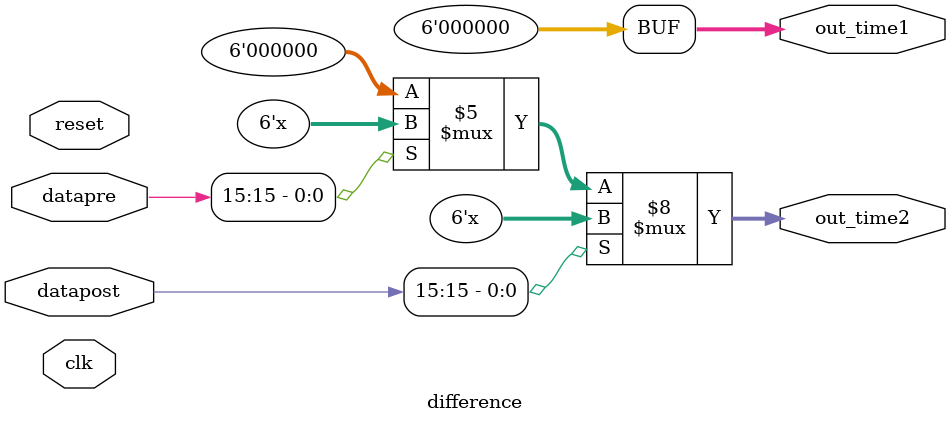
<source format=v>
module difference(clk,reset,datapre,datapost,out_time1,out_time2);
input clk;
input reset;
input [15:0]datapre;
input [15:0]datapost;
output reg signed [5:0]out_time1;
output reg signed [5:0]out_time2; 

reg [15:0]datapr;
reg [15:0]datapo;
reg signed [5:0]time2;

always@(*)
begin

if(datapost[15]==1)

begin
datapr<=datapre;
datapo<=datapost;
//else
//data<=0;

casex(datapr)
  
  16'b00001xxxxxxxxxxx:
  begin
  out_time1<=5'sd4;
  casex(datapo)
  16'b1xxxx1xxxxxxxxxx:out_time2<=5'sd5;
  16'b1xxxx01xxxxxxxxx:out_time2<=5'sd6;
  16'b1xxxx001xxxxxxxx:out_time2<=5'sd7;
  16'b1xxxx0001xxxxxxx:out_time2<=5'sd8;
  16'b1xxxx00001xxxxxx:out_time2<=5'sd9;
  16'b1xxxxxxxxxxxxxxx:out_time2<=5'd0;
  default:out_time2<=5'd0;
  endcase
  end
   
  16'b0001xxxxxxxxxxxx:
  begin
  out_time1<=5'sd3;
  casex(datapo)
  16'b1xxx1xxxxxxxxxxx:out_time2<=5'sd4;
  16'b1xxx01xxxxxxxxxx:out_time2<=5'sd5;
  16'b1xxx001xxxxxxxxx:out_time2<=5'sd6;
  16'b1xxx0001xxxxxxxx:out_time2<=5'sd7;
  16'b1xxx00001xxxxxxx:out_time2<=5'sd8;
  16'b1xxxxxxxxxxxxxxx:out_time2<=5'd0;
  default:out_time2<=5'd0;
  endcase
  end
  
  16'b001xxxxxxxxxxxxx:
  begin
  out_time1<=5'sd2;
  casex(datapo)
  16'b1xx1xxxxxxxxxxxx:out_time2<=5'sd3;
  16'b1xx01xxxxxxxxxxx:out_time2<=5'sd4;
  16'b1xx001xxxxxxxxxx:out_time2<=5'sd5;
  16'b1xx0001xxxxxxxxx:out_time2<=5'sd6;
  16'b1xx00001xxxxxxxx:out_time2<=5'sd7;
  16'b1xxxxxxxxxxxxxxx:out_time2<=5'd0;
  default:out_time2<=5'd0;
  endcase
  end
  
  
  
  16'b01xxxxxxxxxxxxxx:
  begin
  out_time1<=5'sd1;
  casex(datapo)
  16'b1x1xxxxxxxxxxxxx:out_time2<=5'sd2;
  16'b1x01xxxxxxxxxxxx:out_time2<=5'sd3;
  16'b1x001xxxxxxxxxxx:out_time2<=5'sd4;
  16'b1x0001xxxxxxxxxx:out_time2<=5'sd5;
  16'b1x00001xxxxxxxxx:out_time2<=5'sd6;
  16'b1xxxxxxxxxxxxxxx:out_time2<=5'd0;
  default:out_time2<=5'd0;
  endcase
  end
  
  16'b1xxxxxxxxxxxxxxx:
  begin
  out_time1<=5'sd0;
  out_time2<=5'd0;
  end
  
  default:out_time1<=5'd0;
  endcase 
  
  end
  
  else if (datapre[15]==1)
  begin
   datapr<=datapre;
   datapo<=datapost;
  
  
casex(datapo)

  16'b00001xxxxxxxxxxx:
  begin
  out_time1<=-5'sd4;
  casex(datapr)
  16'b1xxxx1xxxxxxxxxx:out_time2<=5'sd5;
  16'b1xxxx01xxxxxxxxx:out_time2<=5'sd6;
  16'b1xxxx001xxxxxxxx:out_time2<=5'sd7;
  16'b1xxxx0001xxxxxxx:out_time2<=5'sd8;
  16'b1xxxx00001xxxxxx:out_time2<=5'sd9;
  16'b1xxxxxxxxxxxxxxx:out_time2<=5'd0;
  default:out_time2<=5'd0;
  endcase
  end
  
  16'b0001xxxxxxxxxxxx:
  begin
  out_time1<=-5'sd3;
  casex(datapr)
  16'b1xxx1xxxxxxxxxxx:out_time2<=5'sd4;
  16'b1xxx01xxxxxxxxxx:out_time2<=5'sd5;
  16'b1xxx001xxxxxxxxx:out_time2<=5'sd6;
  16'b1xxx0001xxxxxxxx:out_time2<=5'sd7;
  16'b1xxx00001xxxxxxx:out_time2<=5'sd8;
  16'b1xxxxxxxxxxxxxxx:out_time2<=5'd0;
  default:out_time2<=5'd0;
  endcase
  end
  
  16'b001xxxxxxxxxxxxx:
  begin
  out_time1<=-5'sd2;
  casex(datapr)
  16'b1xx1xxxxxxxxxxxx:out_time2<=5'sd3;
  16'b1xx01xxxxxxxxxxx:out_time2<=5'sd4;
  16'b1xx001xxxxxxxxxx:out_time2<=5'sd5;
  16'b1xx0001xxxxxxxxx:out_time2<=5'sd6;
  16'b1xx00001xxxxxxxx:out_time2<=5'sd7;
  16'b1xxxxxxxxxxxxxxx:out_time2<=5'd0;
  default:out_time2<=5'd0;
  endcase
  end
  
  
  16'b01xxxxxxxxxxxxxx:
  begin
  out_time1<=-5'sd1;
  casex(datapr)
  16'b1x1xxxxxxxxxxxxx:out_time2<=5'sd2;
  16'b1x01xxxxxxxxxxxx:out_time2<=5'sd3;
  16'b1x001xxxxxxxxxxx:out_time2<=5'sd4;
  16'b1x0001xxxxxxxxxx:out_time2<=5'sd5;
  16'b1x00001xxxxxxxxx:out_time2<=5'sd6;
  16'b1xxxxxxxxxxxxxxx:out_time2<=5'd0;
  default:out_time2<=5'd0;
  endcase
  end
  
  
  
  16'b1xxxxxxxxxxxxxxx:
  begin
  out_time1<=5'sd0;
  out_time2<=5'd0;
  end
  
  
  default:out_time1<=5'd0;
  
 endcase 
   
end
    
 else begin
  out_time1<=5'sd0;
  out_time2<=5'd0;
 end
end  
  
endmodule
</source>
